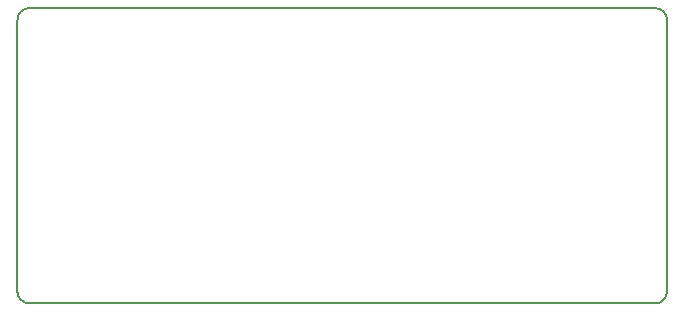
<source format=gm1>
G04 #@! TF.GenerationSoftware,KiCad,Pcbnew,9.0.0*
G04 #@! TF.CreationDate,2025-05-06T12:44:32+02:00*
G04 #@! TF.ProjectId,Headless TEF lite,48656164-6c65-4737-9320-544546206c69,v1.0*
G04 #@! TF.SameCoordinates,Original*
G04 #@! TF.FileFunction,Profile,NP*
%FSLAX46Y46*%
G04 Gerber Fmt 4.6, Leading zero omitted, Abs format (unit mm)*
G04 Created by KiCad (PCBNEW 9.0.0) date 2025-05-06 12:44:32*
%MOMM*%
%LPD*%
G01*
G04 APERTURE LIST*
G04 #@! TA.AperFunction,Profile*
%ADD10C,0.200000*%
G04 #@! TD*
G04 APERTURE END LIST*
D10*
X113900000Y-74000000D02*
X113900000Y-51000000D01*
X168900000Y-74000000D02*
G75*
G02*
X167900000Y-75000000I-1000000J0D01*
G01*
X114900000Y-75000000D02*
G75*
G02*
X113900000Y-74000000I0J1000000D01*
G01*
X114900000Y-75000000D02*
X167900000Y-75000000D01*
X167900000Y-50000000D02*
G75*
G02*
X168900000Y-51000000I0J-1000000D01*
G01*
X167900000Y-50000000D02*
X114900000Y-50000000D01*
X113900000Y-51000000D02*
G75*
G02*
X114900000Y-50000000I1000000J0D01*
G01*
X168900000Y-51000000D02*
X168900000Y-74000000D01*
M02*

</source>
